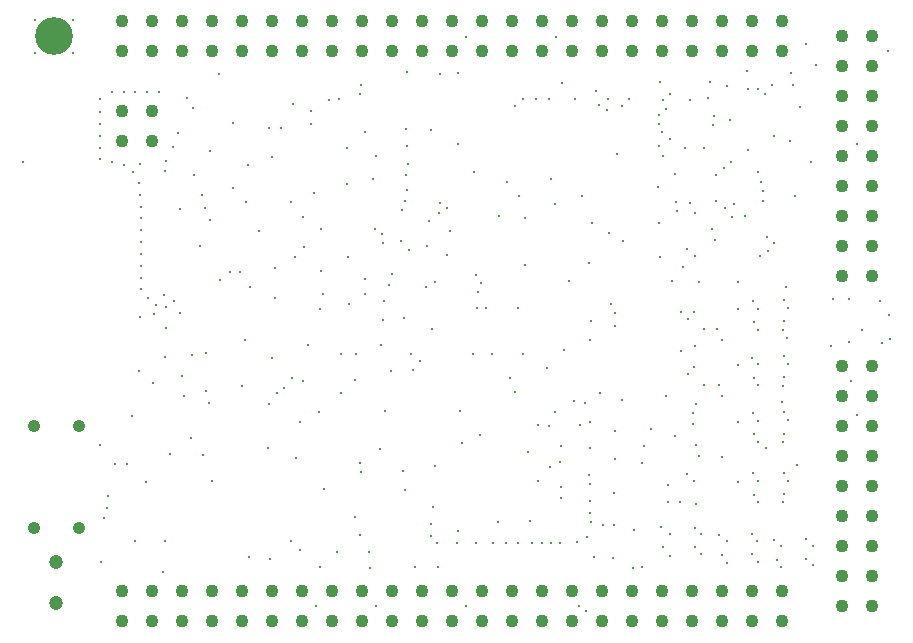
<source format=gbr>
%TF.GenerationSoftware,Altium Limited,Altium Designer,22.10.1 (41)*%
G04 Layer_Color=0*
%FSLAX45Y45*%
%MOMM*%
%TF.SameCoordinates,A8474BD1-FA4A-4BD0-88DA-22D9B4FA892B*%
%TF.FilePolarity,Positive*%
%TF.FileFunction,Plated,1,6,PTH,Drill*%
%TF.Part,Single*%
G01*
G75*
%TA.AperFunction,ComponentDrill*%
%ADD677C,1.10000*%
%ADD678C,1.10000*%
%ADD679C,1.05000*%
%ADD680C,3.20000*%
%ADD681C,1.20000*%
%TA.AperFunction,ViaDrill,NotFilled*%
%ADD682C,0.25000*%
D677*
X8128000Y2349500D02*
D03*
Y2095500D02*
D03*
Y1841500D02*
D03*
Y1587500D02*
D03*
Y1333500D02*
D03*
Y1079500D02*
D03*
Y825500D02*
D03*
X8382000Y2349500D02*
D03*
Y2095500D02*
D03*
Y1841500D02*
D03*
Y1587500D02*
D03*
Y1333500D02*
D03*
Y1079500D02*
D03*
Y825500D02*
D03*
X8128000Y571500D02*
D03*
Y317500D02*
D03*
X8382000Y571500D02*
D03*
Y317500D02*
D03*
X8128000Y5143500D02*
D03*
Y4889500D02*
D03*
Y4635500D02*
D03*
Y4381500D02*
D03*
Y4127500D02*
D03*
Y3873500D02*
D03*
Y3619500D02*
D03*
X8382000Y5143500D02*
D03*
Y4889500D02*
D03*
Y4635500D02*
D03*
Y4381500D02*
D03*
Y4127500D02*
D03*
Y3873500D02*
D03*
Y3619500D02*
D03*
X8128000Y3365500D02*
D03*
Y3111500D02*
D03*
X8382000Y3365500D02*
D03*
Y3111500D02*
D03*
X2286000Y4512400D02*
D03*
Y4258400D02*
D03*
X2032000Y4512400D02*
D03*
Y4258400D02*
D03*
D678*
Y190500D02*
D03*
X2286000D02*
D03*
X2540000D02*
D03*
X2794000D02*
D03*
X3048000D02*
D03*
X3302000D02*
D03*
X3556000D02*
D03*
X3810000D02*
D03*
X4064000D02*
D03*
X4318000D02*
D03*
X4572000D02*
D03*
X4826000D02*
D03*
X5080000D02*
D03*
X5334000D02*
D03*
X5588000D02*
D03*
X5842000D02*
D03*
X6096000D02*
D03*
X6350000D02*
D03*
X6604000D02*
D03*
X6858000D02*
D03*
X7112000D02*
D03*
X7366000D02*
D03*
X7620000D02*
D03*
X2032000Y444500D02*
D03*
X2286000D02*
D03*
X2540000D02*
D03*
X2794000D02*
D03*
X3048000D02*
D03*
X3302000D02*
D03*
X3556000D02*
D03*
X3810000D02*
D03*
X4064000D02*
D03*
X4318000D02*
D03*
X4572000D02*
D03*
X4826000D02*
D03*
X5080000D02*
D03*
X5334000D02*
D03*
X5588000D02*
D03*
X5842000D02*
D03*
X6096000D02*
D03*
X6350000D02*
D03*
X6604000D02*
D03*
X6858000D02*
D03*
X7112000D02*
D03*
X7366000D02*
D03*
X7620000D02*
D03*
X2032000Y5016500D02*
D03*
X2286000D02*
D03*
X2540000D02*
D03*
X2794000D02*
D03*
X3048000D02*
D03*
X3302000D02*
D03*
X3556000D02*
D03*
X3810000D02*
D03*
X4064000D02*
D03*
X4318000D02*
D03*
X4572000D02*
D03*
X4826000D02*
D03*
X5080000D02*
D03*
X5334000D02*
D03*
X5588000D02*
D03*
X5842000D02*
D03*
X6096000D02*
D03*
X6350000D02*
D03*
X6604000D02*
D03*
X6858000D02*
D03*
X7112000D02*
D03*
X7366000D02*
D03*
X7620000D02*
D03*
X2032000Y5270500D02*
D03*
X2286000D02*
D03*
X2540000D02*
D03*
X2794000D02*
D03*
X3048000D02*
D03*
X3302000D02*
D03*
X3556000D02*
D03*
X3810000D02*
D03*
X4064000D02*
D03*
X4318000D02*
D03*
X4572000D02*
D03*
X4826000D02*
D03*
X5080000D02*
D03*
X5334000D02*
D03*
X5588000D02*
D03*
X5842000D02*
D03*
X6096000D02*
D03*
X6350000D02*
D03*
X6604000D02*
D03*
X6858000D02*
D03*
X7112000D02*
D03*
X7366000D02*
D03*
X7620000D02*
D03*
D679*
X1672000Y978000D02*
D03*
X1292000D02*
D03*
X1672000Y1842000D02*
D03*
X1292000D02*
D03*
D680*
X1460500Y5143500D02*
D03*
D681*
X1480000Y695000D02*
D03*
Y345000D02*
D03*
D682*
X3470000Y870000D02*
D03*
X3750432Y1306337D02*
D03*
X6211915Y2796952D02*
D03*
X6172270Y2875696D02*
D03*
X6007672Y2728597D02*
D03*
X6869014Y1862609D02*
D03*
X6517797Y1814703D02*
D03*
X6199866Y1000972D02*
D03*
X6109103Y1006144D02*
D03*
X6080000Y2120000D02*
D03*
X6438295Y1525486D02*
D03*
X5910000Y1850000D02*
D03*
X5560000D02*
D03*
X5650000Y1840000D02*
D03*
X6030000Y730000D02*
D03*
X6190000Y722500D02*
D03*
X5990647Y1431763D02*
D03*
X5998767Y1352460D02*
D03*
X6268605Y2061571D02*
D03*
X6213390Y1796625D02*
D03*
X5994691Y1205648D02*
D03*
X5995000Y1655430D02*
D03*
X5970000Y900000D02*
D03*
X6010017Y1029913D02*
D03*
X5994978Y1103390D02*
D03*
X6201545Y1278754D02*
D03*
X6370000Y960000D02*
D03*
X5967633Y272699D02*
D03*
X5907440Y317440D02*
D03*
X6435385Y647909D02*
D03*
X6360000Y640000D02*
D03*
X5890000Y859213D02*
D03*
X6208114Y1563868D02*
D03*
X5998174Y1875000D02*
D03*
X5745000Y855000D02*
D03*
X5670006Y854056D02*
D03*
X5491177Y1038661D02*
D03*
X5589702Y850942D02*
D03*
X5509520Y852861D02*
D03*
X5390000Y850000D02*
D03*
X5220000Y1030000D02*
D03*
X5179338Y848294D02*
D03*
X5864580Y2053954D02*
D03*
X5960000Y2038584D02*
D03*
X7120000Y2100000D02*
D03*
X7090000Y2190000D02*
D03*
X6960000D02*
D03*
Y2660000D02*
D03*
X7070000D02*
D03*
X6920000Y3060000D02*
D03*
X3870000Y4612500D02*
D03*
X4440000Y4360000D02*
D03*
X1300500Y5283500D02*
D03*
Y5003500D02*
D03*
X1620500D02*
D03*
Y5283500D02*
D03*
X4682747Y1503402D02*
D03*
X7378777Y2898539D02*
D03*
X7380069Y1441414D02*
D03*
X7377172Y1951459D02*
D03*
X7424390Y1885414D02*
D03*
X6072813Y4562155D02*
D03*
X6142404Y4518397D02*
D03*
X6050000Y4680000D02*
D03*
X6590000Y4757500D02*
D03*
X6230000Y4150000D02*
D03*
X6660000Y1200000D02*
D03*
Y1340000D02*
D03*
X6018125Y3563595D02*
D03*
X5229257Y3621307D02*
D03*
X5703323Y1959998D02*
D03*
X6721382Y3978618D02*
D03*
X6620000Y4130000D02*
D03*
X6576480Y3867338D02*
D03*
X6584488Y3564515D02*
D03*
X6900000Y1180000D02*
D03*
X7643968Y1449224D02*
D03*
X7626205Y2047500D02*
D03*
X7628893Y2185388D02*
D03*
X7663279Y2583984D02*
D03*
X7673536Y2370298D02*
D03*
X7643968Y2439223D02*
D03*
X7660000Y3020000D02*
D03*
X7485112Y1656801D02*
D03*
X7390409Y1772427D02*
D03*
X7425123Y1705944D02*
D03*
X6760000Y1200000D02*
D03*
X4240581Y3471270D02*
D03*
X4177817Y3512327D02*
D03*
X4250000Y3390000D02*
D03*
X6593129Y3275707D02*
D03*
X4060000Y4730000D02*
D03*
X4050000Y4650000D02*
D03*
X3790000Y4600000D02*
D03*
X4650000Y910000D02*
D03*
X4700000Y850000D02*
D03*
X4882230Y950913D02*
D03*
X4725905Y3732344D02*
D03*
X4788695Y3691326D02*
D03*
X3580000Y3360000D02*
D03*
X3640000Y4400000D02*
D03*
X8450000Y2900000D02*
D03*
X4900000Y1970000D02*
D03*
X2980000Y3860000D02*
D03*
X2640000Y4532833D02*
D03*
X6265622Y4553521D02*
D03*
X4400000Y3410000D02*
D03*
X4470147Y3335306D02*
D03*
X7159737Y4723983D02*
D03*
X7015527Y4754889D02*
D03*
X7049136Y4466648D02*
D03*
X7041126Y4389700D02*
D03*
X7540000Y4730000D02*
D03*
X7702500Y4830000D02*
D03*
X3540000Y1880000D02*
D03*
X5470000Y1620000D02*
D03*
X7672830Y1890000D02*
D03*
X7735777Y3790405D02*
D03*
X5320000Y2250000D02*
D03*
X5010000Y2450000D02*
D03*
X3470000Y3739832D02*
D03*
X2467798Y4206829D02*
D03*
X6877625Y2338752D02*
D03*
X6210000Y2690000D02*
D03*
X3658860Y3817500D02*
D03*
X5040000Y2840000D02*
D03*
X4420000Y2760000D02*
D03*
X4638253Y3580186D02*
D03*
X6690750Y3072093D02*
D03*
X2508230Y4322875D02*
D03*
X6799117Y4199151D02*
D03*
X5750000Y1670000D02*
D03*
X5747673Y1541987D02*
D03*
X5780000Y2486550D02*
D03*
X4500000Y2320000D02*
D03*
X4915575Y1699320D02*
D03*
X1885752Y1064249D02*
D03*
X1910000Y1150000D02*
D03*
X5930000Y3790000D02*
D03*
X5700000Y3720000D02*
D03*
X5017432Y3989517D02*
D03*
X7747500Y1508948D02*
D03*
X7628893Y1705388D02*
D03*
X1847887Y1685174D02*
D03*
X3509606Y1573840D02*
D03*
X4649005Y1010000D02*
D03*
X7424400Y4699156D02*
D03*
X7328319Y4846500D02*
D03*
X7340000Y4700000D02*
D03*
X5822616Y3070065D02*
D03*
X6454505Y1671541D02*
D03*
X2440000Y1610000D02*
D03*
X2180000Y2310000D02*
D03*
X7418679Y2365207D02*
D03*
X7368441Y2420895D02*
D03*
X6327943Y4608869D02*
D03*
X7060000Y3420000D02*
D03*
X7030000Y3510000D02*
D03*
X6890000Y3650000D02*
D03*
X7505734Y3328738D02*
D03*
X6726293Y3740410D02*
D03*
X7450000Y3910000D02*
D03*
X7460043Y3830000D02*
D03*
X7460000Y3750000D02*
D03*
X7314082Y3623987D02*
D03*
X7068166Y3969168D02*
D03*
X7220000Y3720000D02*
D03*
X7200000Y3610000D02*
D03*
X7418758Y3994981D02*
D03*
X7870000Y4080000D02*
D03*
X8524822Y5021488D02*
D03*
X7140000Y3690000D02*
D03*
X8467629Y2543086D02*
D03*
X7560000Y3390000D02*
D03*
X8060000Y2920000D02*
D03*
X8301041Y2657970D02*
D03*
X7500000Y3440000D02*
D03*
X7643968Y2909224D02*
D03*
X7673536Y2840298D02*
D03*
X8191820Y2549928D02*
D03*
X8039342Y2519342D02*
D03*
X8542436Y2581621D02*
D03*
X6890000Y3280000D02*
D03*
X7440000D02*
D03*
X6843692Y3732214D02*
D03*
X7130000Y4030000D02*
D03*
X7190000Y4080000D02*
D03*
X7068432Y3750256D02*
D03*
X6280000Y3410000D02*
D03*
X6160000Y3480000D02*
D03*
X6738605Y3663204D02*
D03*
X6820000Y3340000D02*
D03*
X5672500Y3935000D02*
D03*
X6790000Y3190000D02*
D03*
X7691319Y4259599D02*
D03*
X7425122Y2655943D02*
D03*
X7628893Y2655388D02*
D03*
X8210573Y2225834D02*
D03*
X8260000Y1940000D02*
D03*
X5750000Y1230000D02*
D03*
X5636720Y2335000D02*
D03*
X5430000Y2450000D02*
D03*
X5447500Y3601930D02*
D03*
Y3206821D02*
D03*
X4010002Y1070000D02*
D03*
X6830382Y2280300D02*
D03*
X6640000Y2100000D02*
D03*
X6899999Y2029926D02*
D03*
X6870000Y1950000D02*
D03*
X6600184Y990000D02*
D03*
X6582500Y4400000D02*
D03*
Y4210000D02*
D03*
Y4480000D02*
D03*
X5870000Y4610000D02*
D03*
X6150000D02*
D03*
X6720000Y1760000D02*
D03*
X5750000Y1330000D02*
D03*
X5660000Y1500000D02*
D03*
X6889999Y2520500D02*
D03*
X7250000Y3060000D02*
D03*
X6610000Y4330000D02*
D03*
X7560000Y4300000D02*
D03*
X6770000Y2810000D02*
D03*
X7340000Y4180000D02*
D03*
X7641590Y2259305D02*
D03*
X6920000Y1590000D02*
D03*
X7090000Y920000D02*
D03*
X6620000Y820000D02*
D03*
X8260000Y4230000D02*
D03*
X6000000Y2570002D02*
D03*
X4870000Y850000D02*
D03*
X6844999Y4605000D02*
D03*
X5030000Y850000D02*
D03*
X5558495Y1379465D02*
D03*
X6960000Y4200000D02*
D03*
X7415000Y870298D02*
D03*
X7424390Y1375413D02*
D03*
X6886967Y983033D02*
D03*
X6940000Y930000D02*
D03*
Y760000D02*
D03*
X7417877Y692123D02*
D03*
X7371590Y759305D02*
D03*
X7890000Y670000D02*
D03*
X7831590Y719305D02*
D03*
X7830000Y890000D02*
D03*
X7890000Y830298D02*
D03*
X7369857Y930190D02*
D03*
X2870000Y3080000D02*
D03*
X2530000Y2800000D02*
D03*
X3031317Y3150000D02*
D03*
X3500000Y3270000D02*
D03*
X4670000Y1160000D02*
D03*
X2950000Y3150000D02*
D03*
X3330658Y2930659D02*
D03*
X4250000Y2740000D02*
D03*
X4660000Y2660000D02*
D03*
X5390000Y2840000D02*
D03*
X5992085Y3221698D02*
D03*
X2308692Y2793662D02*
D03*
X2410000Y2670000D02*
D03*
X2400000Y2430000D02*
D03*
X3540000Y790000D02*
D03*
X6674390Y925413D02*
D03*
X6891590Y819305D02*
D03*
X7155123Y685944D02*
D03*
X7615123Y645943D02*
D03*
X6879999Y1380000D02*
D03*
X6820000Y1440000D02*
D03*
X6770000Y2480000D02*
D03*
X7118163Y1582361D02*
D03*
X7118163Y2572361D02*
D03*
X7120409Y752426D02*
D03*
X7154390Y865413D02*
D03*
X6675123Y745943D02*
D03*
X7580409Y712426D02*
D03*
X7558441Y880895D02*
D03*
X7614390Y825413D02*
D03*
X7641589Y2729305D02*
D03*
X7390409Y2722426D02*
D03*
X7424390Y2835413D02*
D03*
X7253733Y2830000D02*
D03*
X6830382Y2750300D02*
D03*
X6877625Y2808752D02*
D03*
X7390409Y2252426D02*
D03*
X7425123Y2185943D02*
D03*
X7253733Y2360000D02*
D03*
X7641590Y1779306D02*
D03*
X7643968Y1959224D02*
D03*
X7628893Y1195388D02*
D03*
X7641590Y1269305D02*
D03*
X7673536Y1380298D02*
D03*
X6900000Y1680000D02*
D03*
X7253733Y1880001D02*
D03*
Y1370000D02*
D03*
X7390409Y1262426D02*
D03*
X7425123Y1195944D02*
D03*
X5116260Y2841998D02*
D03*
X5165000Y2450000D02*
D03*
X4710658Y650658D02*
D03*
X3712176Y646743D02*
D03*
X4140000Y642500D02*
D03*
X4130000Y780000D02*
D03*
X3860000D02*
D03*
X4050000Y920000D02*
D03*
X2560000Y2100000D02*
D03*
X3100000Y4050000D02*
D03*
X5073717Y3051151D02*
D03*
X5050000Y2980000D02*
D03*
X5030000Y3120000D02*
D03*
X4790000Y3290000D02*
D03*
X3610000Y2530000D02*
D03*
X3890000Y2450000D02*
D03*
X4020000D02*
D03*
X4230000Y2530000D02*
D03*
X4310000Y2309998D02*
D03*
X4610000Y3020000D02*
D03*
X4430000Y1300000D02*
D03*
X4251747Y2897500D02*
D03*
X5400000Y3790000D02*
D03*
X5296038Y3910717D02*
D03*
X4880000Y4230000D02*
D03*
X5650001Y4609998D02*
D03*
X4655412Y4350000D02*
D03*
X4720000Y3650000D02*
D03*
X4810000Y3490000D02*
D03*
X4685114Y3064220D02*
D03*
X4410000Y3670000D02*
D03*
X8533671Y2778866D02*
D03*
X3270000Y1660000D02*
D03*
X5290000Y850000D02*
D03*
X4190000Y4130000D02*
D03*
X5360000Y2130000D02*
D03*
X5070000Y1770000D02*
D03*
X3200000Y3490000D02*
D03*
X2700000Y3370000D02*
D03*
X3077352Y2569393D02*
D03*
X3330000Y3180000D02*
D03*
X7481743Y4650021D02*
D03*
X4010000Y2230000D02*
D03*
X3570000Y2220000D02*
D03*
X3710000Y2830000D02*
D03*
X4090000Y2960000D02*
D03*
X2190000Y2770000D02*
D03*
X4419412Y1459077D02*
D03*
X2720000Y1600000D02*
D03*
X3408565Y2166852D02*
D03*
X3350000Y2120000D02*
D03*
X4050000Y1530000D02*
D03*
X3290000Y720000D02*
D03*
X4520000Y650000D02*
D03*
X2150000Y870000D02*
D03*
X1860000Y690000D02*
D03*
X2400000Y870000D02*
D03*
X2380000Y610000D02*
D03*
X2120000Y1930000D02*
D03*
X1980000Y1523734D02*
D03*
X2080000Y1520000D02*
D03*
X1913791Y1250948D02*
D03*
X4220000Y1650000D02*
D03*
X3471666Y2250967D02*
D03*
X3700000Y1960000D02*
D03*
X3960000Y2880000D02*
D03*
X3739998Y2959999D02*
D03*
X2977500Y4407500D02*
D03*
X2710659Y3800659D02*
D03*
X2740000Y3690000D02*
D03*
X3090000Y3740000D02*
D03*
X2780000Y3590000D02*
D03*
X3570000Y3610000D02*
D03*
X4090000Y4330000D02*
D03*
X2780000Y4170000D02*
D03*
X3380000Y4370000D02*
D03*
X3720000Y3510000D02*
D03*
X3310000Y4120000D02*
D03*
X2769342Y2040661D02*
D03*
X2240000Y1370000D02*
D03*
X2410000Y2850000D02*
D03*
X2800000Y1380000D02*
D03*
X2620000Y1740000D02*
D03*
X2630000Y2440000D02*
D03*
X3110000Y730000D02*
D03*
X2540000Y2270000D02*
D03*
X3050000Y2180000D02*
D03*
X3310000Y2420000D02*
D03*
X3940000Y3890000D02*
D03*
Y4200000D02*
D03*
X5760000Y4750000D02*
D03*
X3950000Y3270000D02*
D03*
X3890000Y2120000D02*
D03*
X4060000Y1450000D02*
D03*
X4880000Y4830000D02*
D03*
X1200000Y4080000D02*
D03*
X2860000Y4820000D02*
D03*
X5360000Y4550000D02*
D03*
X4730000Y4820000D02*
D03*
X3480000Y4570000D02*
D03*
X4260000Y1970000D02*
D03*
X7910000Y4900000D02*
D03*
X7772455Y4541138D02*
D03*
X7720000Y4730000D02*
D03*
X7184135Y4430000D02*
D03*
X7830000Y5080000D02*
D03*
X7000000Y4617500D02*
D03*
X6680000Y4657500D02*
D03*
X4620000Y3370000D02*
D03*
X4450000Y4840000D02*
D03*
X8188000Y2914999D02*
D03*
X6641771Y4528229D02*
D03*
X6675815Y4271571D02*
D03*
X6620000Y4600000D02*
D03*
X3639998Y4509999D02*
D03*
X5430002Y4609998D02*
D03*
X2750002Y2140001D02*
D03*
X2389998Y2949999D02*
D03*
X4429999Y3750000D02*
D03*
X4952487Y5137236D02*
D03*
X5710469Y5139578D02*
D03*
X5540817Y4609998D02*
D03*
X4480001Y2449998D02*
D03*
X4560001Y2389998D02*
D03*
X4440001Y3970000D02*
D03*
X3121355Y3019999D02*
D03*
X2300575Y2211070D02*
D03*
X4300002Y3039999D02*
D03*
X4460001Y4060002D02*
D03*
X4160002Y3930000D02*
D03*
X4092499Y3090001D02*
D03*
X2320000Y2870000D02*
D03*
X2260000Y2930000D02*
D03*
X2480000Y2900000D02*
D03*
X2750002Y2460000D02*
D03*
X3679998Y319999D02*
D03*
X4189999D02*
D03*
X2200001Y3199999D02*
D03*
Y2999999D02*
D03*
Y3099999D02*
D03*
Y3299998D02*
D03*
Y3399998D02*
D03*
X2180001Y3900002D02*
D03*
X2200001Y3699998D02*
D03*
X2189998Y3800003D02*
D03*
X2049998Y4050000D02*
D03*
X1949999Y4080002D02*
D03*
X2129998Y3990000D02*
D03*
X2190000Y4060000D02*
D03*
X2200001Y3599998D02*
D03*
Y3499998D02*
D03*
X2530000Y3680000D02*
D03*
X2400000Y4000002D02*
D03*
X2650002Y3970000D02*
D03*
X1950000Y4670000D02*
D03*
X1849999Y4400001D02*
D03*
Y4500001D02*
D03*
X1850000Y4610000D02*
D03*
X1849999Y4300002D02*
D03*
Y4100002D02*
D03*
X1850000Y4200000D02*
D03*
X2050001Y4670000D02*
D03*
X2405305Y4087301D02*
D03*
X2590002Y4620001D02*
D03*
X2250000Y4670000D02*
D03*
X2150001D02*
D03*
X2350000D02*
D03*
X3279999Y4369999D02*
D03*
X3719998Y3156915D02*
D03*
X4949998Y319999D02*
D03*
X4453077Y4211808D02*
D03*
X4320002Y3130001D02*
D03*
X3279308Y2029998D02*
D03*
X4450659Y3840658D02*
D03*
%TF.MD5,70c05078fb78527a1a08434db22ade03*%
M02*

</source>
